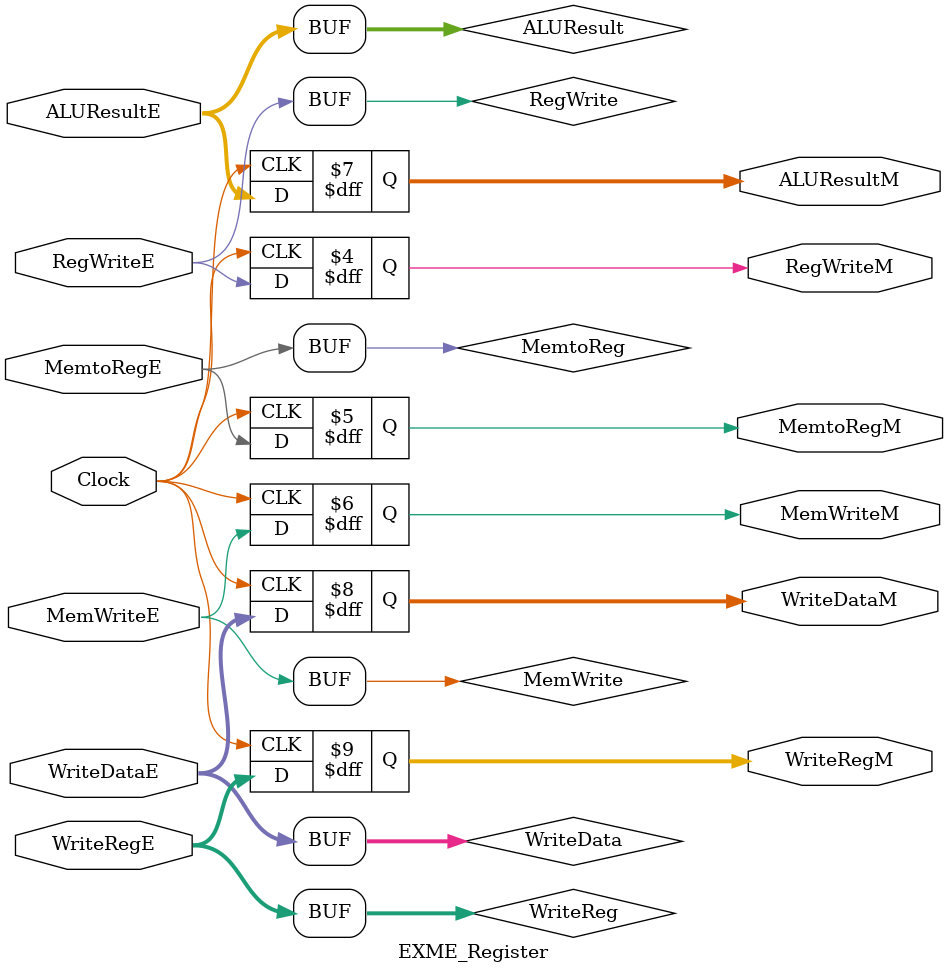
<source format=v>
module ALU(
    input signed [31:0] SrcAE, SrcBE,
    input [3:0] ALUControlE,
    output reg signed[31:0] ALUResultE
);

integer m;
// Execute different instruction according to ALUControl
always @(SrcAE, SrcBE, ALUControlE) begin
    case (ALUControlE)
        4'b0010: ALUResultE = SrcAE + SrcBE;// add, sw, lw, addu, addi, addiu
        4'b0110: begin
        ALUResultE = SrcAE - SrcBE;// sub, beq, bne, subu
        end
        4'b0000: ALUResultE = SrcAE & SrcBE;// and, andi
        4'b0001: ALUResultE = SrcAE | SrcBE;// or, ori
        4'b0111: begin  // slt
          if (SrcAE < SrcBE) begin
            ALUResultE = 1;
          end
          else ALUResultE = 0;
        end
        4'b1100: ALUResultE = ~(SrcAE | SrcBE);//nor
        4'b0011: ALUResultE = SrcAE ^ SrcBE;// xor, xori
        4'b0100: ALUResultE = SrcBE << SrcAE;// sll, sllv
        4'b0101: ALUResultE = SrcBE >> SrcAE;// srl, srlv
        4'b1000:begin // sra, srav
          ALUResultE = SrcBE >> SrcAE;
          if (SrcBE[31]==1) begin
              for (m = 0; m<SrcAE;m=m+1 ) begin
                  ALUResultE[31-m] = 1;
              end
          end
        end
        default: ALUResultE = 4'b0000;// should not happen
    endcase
end

endmodule

module EX(
    input [3:0] ALUControlE,
    input ALUSrcE, ALUSrcEs, RegDstE, RegWriteM, RegWriteW,  
    input [31:0] data1E, data2E, immExtendE,
    input signed [31:0] ALUResultM, ResultW,  
    input [4:0] rtE, rdE, saE, rsE, WriteRegM, WriteRegW, 
    output [31:0] ALUResultE, 
    output reg [31:0] WriteDataE, 
    output reg [4:0] WriteRegE
);

reg signed [31:0] SrcAE, SrcBE;
reg [31:0] data1,data2;
reg [1:0] ForwardA, ForwardB;

// MEM_to_EX hazard & WB_to_EX hazard test 
always @(rsE, rtE, WriteRegM, WriteRegW, RegWriteM, RegWriteW) begin
    if (RegWriteM & (WriteRegM==rsE) & (WriteRegM!=0)) begin
        ForwardA = 2'b10; // MEM_to_EX hazard
    end 
    else if (RegWriteW & (WriteRegW==rsE) & (WriteRegM!=0) & (~(RegWriteM & (WriteRegM==rsE) & (WriteRegM!=0)))) begin
        ForwardA = 2'b01; // WB_to_EX hazard. When both hazard happen want to use the most recent -> Let MEM forward.
    end
    else ForwardA = 2'b00;
    if (RegWriteM & (WriteRegM==rtE) & (WriteRegM!=0)) begin
        ForwardB = 2'b10;  // MEM_to_EX hazard
    end
    else if (RegWriteW & (WriteRegW==rtE) & (WriteRegM!=0) & (~(RegWriteM & (WriteRegM==rtE) & (WriteRegM!=0)))) begin
        ForwardB = 2'b01; // WB_to_EX hazard. When both hazard happen want to use the most recent -> Let MEM forward.
    end
    else ForwardB = 2'b00;
end

always @(ForwardA,ForwardB,data1E,data2E,ALUResultM,ResultW) begin
    case (ForwardA)
        2'b00: data1 = data1E;
        2'b10: data1 = ALUResultM;  // ME to EX hazard
        2'b01: data1 = ResultW;  // WB to EX hazard
        default: data1 = data1E; //should not happen
    endcase
    case (ForwardB)
        2'b00: data2 = data2E;
        2'b10: data2 = ALUResultM;  // ME to EX hazard
        2'b01: data2 = ResultW;  // WB to EX hazard
        default: data2 = data2E; //should not happen
    endcase
end

// Assign the value of ALU
always @(ALUControlE, ALUSrcE, RegDstE, data2, immExtendE, rtE, rdE, ALUSrcEs, data1, saE) begin
    if (ALUSrcEs == 0) begin
        SrcAE = $signed(data1);
    end
    else SrcAE = $signed(saE);
    if (ALUSrcE == 0) begin
        SrcBE = $signed(data2);
    end
    else SrcBE = $signed(immExtendE);
    
    if (RegDstE === 0) begin
        WriteRegE = rtE;
    end
    else WriteRegE = rdE;
    WriteDataE = data2;
end

// Connect to ALU
ALU u_ALU(
    .SrcAE       (SrcAE       ),
    .SrcBE       (SrcBE       ),
    .ALUControlE (ALUControlE ),
    .ALUResultE  (ALUResultE  )
);

endmodule

module EXME_Register(
    input Clock, RegWriteE, MemtoRegE, MemWriteE,
    input [31:0] ALUResultE, WriteDataE, 
    input [4:0] WriteRegE,
    output reg RegWriteM, MemtoRegM, MemWriteM, 
    output reg [31:0] ALUResultM, WriteDataM,
    output reg [4:0] WriteRegM
);

reg signed [31:0] ALUResult, WriteData; 
reg [4:0] WriteReg;
reg RegWrite, MemtoReg, MemWrite;

// Get the data from ID module
always @(RegWriteE, MemtoRegE, MemWriteE, ALUResultE, WriteDataE, WriteRegE) begin
    #0.00001
    RegWrite = RegWriteE;
    MemtoReg = MemtoRegE;
    MemWrite = MemWriteE;
    ALUResult = ALUResultE;
    WriteData = WriteDataE;
    WriteReg = WriteRegE;    
end

// Output data in register to ME module
always @(posedge Clock) begin
    RegWriteM = RegWrite;
    MemtoRegM = MemtoReg;
    MemWriteM = MemWrite;
    ALUResultM = ALUResult;
    WriteDataM = WriteData;
    WriteRegM = WriteReg;
end

endmodule
</source>
